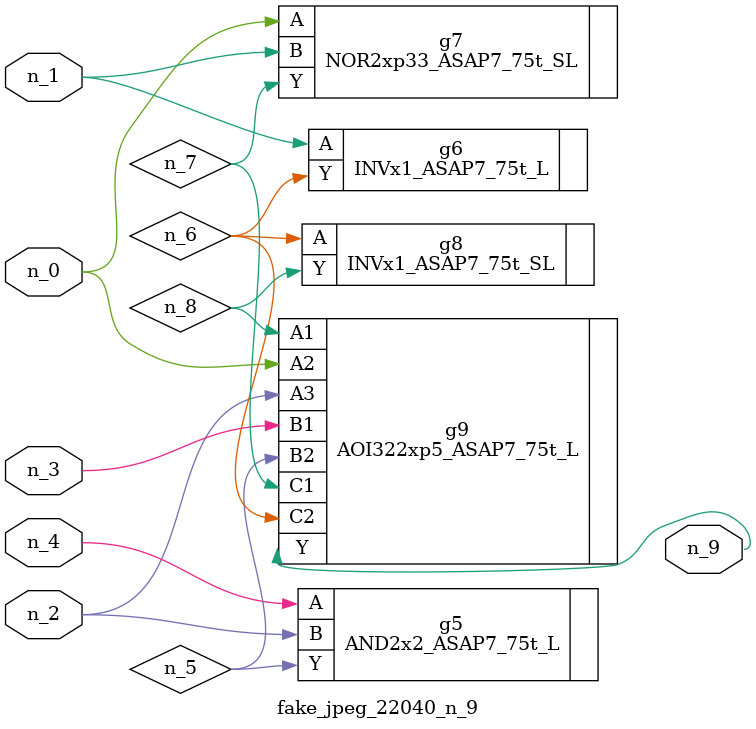
<source format=v>
module fake_jpeg_22040_n_9 (n_3, n_2, n_1, n_0, n_4, n_9);

input n_3;
input n_2;
input n_1;
input n_0;
input n_4;

output n_9;

wire n_8;
wire n_6;
wire n_5;
wire n_7;

AND2x2_ASAP7_75t_L g5 ( 
.A(n_4),
.B(n_2),
.Y(n_5)
);

INVx1_ASAP7_75t_L g6 ( 
.A(n_1),
.Y(n_6)
);

NOR2xp33_ASAP7_75t_SL g7 ( 
.A(n_0),
.B(n_1),
.Y(n_7)
);

INVx1_ASAP7_75t_SL g8 ( 
.A(n_6),
.Y(n_8)
);

AOI322xp5_ASAP7_75t_L g9 ( 
.A1(n_8),
.A2(n_0),
.A3(n_2),
.B1(n_3),
.B2(n_5),
.C1(n_7),
.C2(n_6),
.Y(n_9)
);


endmodule
</source>
